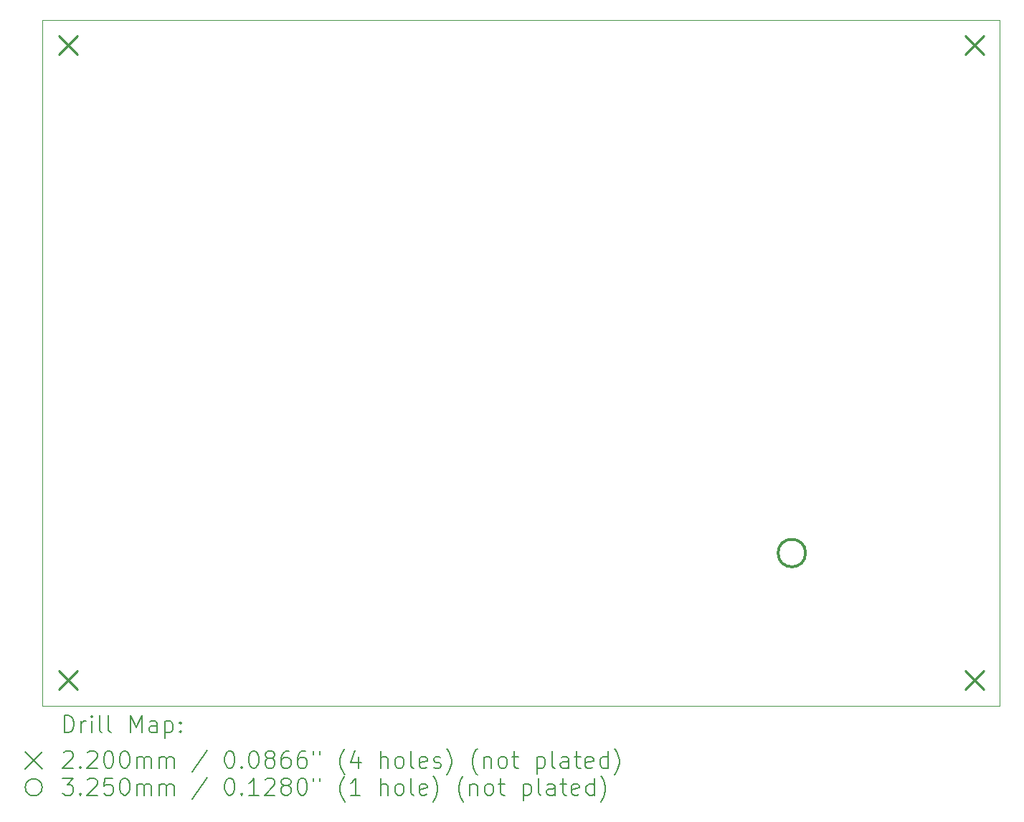
<source format=gbr>
%TF.GenerationSoftware,KiCad,Pcbnew,7.0.9*%
%TF.CreationDate,2024-01-13T15:58:18+01:00*%
%TF.ProjectId,daisy-drums,64616973-792d-4647-9275-6d732e6b6963,v02*%
%TF.SameCoordinates,Original*%
%TF.FileFunction,Drillmap*%
%TF.FilePolarity,Positive*%
%FSLAX45Y45*%
G04 Gerber Fmt 4.5, Leading zero omitted, Abs format (unit mm)*
G04 Created by KiCad (PCBNEW 7.0.9) date 2024-01-13 15:58:18*
%MOMM*%
%LPD*%
G01*
G04 APERTURE LIST*
%ADD10C,0.100000*%
%ADD11C,0.200000*%
%ADD12C,0.220000*%
%ADD13C,0.325000*%
G04 APERTURE END LIST*
D10*
X12500000Y-12700000D02*
X23800000Y-12700000D01*
X23800000Y-12700000D02*
X23800000Y-4600000D01*
X23800000Y-4600000D02*
X12500000Y-4600000D01*
X12500000Y-12700000D02*
X12500000Y-4600000D01*
D11*
D12*
X12690000Y-4790000D02*
X12910000Y-5010000D01*
X12910000Y-4790000D02*
X12690000Y-5010000D01*
X12690000Y-12290000D02*
X12910000Y-12510000D01*
X12910000Y-12290000D02*
X12690000Y-12510000D01*
X23390000Y-4790000D02*
X23610000Y-5010000D01*
X23610000Y-4790000D02*
X23390000Y-5010000D01*
X23390000Y-12290000D02*
X23610000Y-12510000D01*
X23610000Y-12290000D02*
X23390000Y-12510000D01*
D13*
X21508200Y-10896600D02*
G75*
G03*
X21508200Y-10896600I-162500J0D01*
G01*
D11*
X12755777Y-13016484D02*
X12755777Y-12816484D01*
X12755777Y-12816484D02*
X12803396Y-12816484D01*
X12803396Y-12816484D02*
X12831967Y-12826008D01*
X12831967Y-12826008D02*
X12851015Y-12845055D01*
X12851015Y-12845055D02*
X12860539Y-12864103D01*
X12860539Y-12864103D02*
X12870062Y-12902198D01*
X12870062Y-12902198D02*
X12870062Y-12930769D01*
X12870062Y-12930769D02*
X12860539Y-12968865D01*
X12860539Y-12968865D02*
X12851015Y-12987912D01*
X12851015Y-12987912D02*
X12831967Y-13006960D01*
X12831967Y-13006960D02*
X12803396Y-13016484D01*
X12803396Y-13016484D02*
X12755777Y-13016484D01*
X12955777Y-13016484D02*
X12955777Y-12883150D01*
X12955777Y-12921246D02*
X12965301Y-12902198D01*
X12965301Y-12902198D02*
X12974824Y-12892674D01*
X12974824Y-12892674D02*
X12993872Y-12883150D01*
X12993872Y-12883150D02*
X13012920Y-12883150D01*
X13079586Y-13016484D02*
X13079586Y-12883150D01*
X13079586Y-12816484D02*
X13070062Y-12826008D01*
X13070062Y-12826008D02*
X13079586Y-12835531D01*
X13079586Y-12835531D02*
X13089110Y-12826008D01*
X13089110Y-12826008D02*
X13079586Y-12816484D01*
X13079586Y-12816484D02*
X13079586Y-12835531D01*
X13203396Y-13016484D02*
X13184348Y-13006960D01*
X13184348Y-13006960D02*
X13174824Y-12987912D01*
X13174824Y-12987912D02*
X13174824Y-12816484D01*
X13308158Y-13016484D02*
X13289110Y-13006960D01*
X13289110Y-13006960D02*
X13279586Y-12987912D01*
X13279586Y-12987912D02*
X13279586Y-12816484D01*
X13536729Y-13016484D02*
X13536729Y-12816484D01*
X13536729Y-12816484D02*
X13603396Y-12959341D01*
X13603396Y-12959341D02*
X13670062Y-12816484D01*
X13670062Y-12816484D02*
X13670062Y-13016484D01*
X13851015Y-13016484D02*
X13851015Y-12911722D01*
X13851015Y-12911722D02*
X13841491Y-12892674D01*
X13841491Y-12892674D02*
X13822443Y-12883150D01*
X13822443Y-12883150D02*
X13784348Y-12883150D01*
X13784348Y-12883150D02*
X13765301Y-12892674D01*
X13851015Y-13006960D02*
X13831967Y-13016484D01*
X13831967Y-13016484D02*
X13784348Y-13016484D01*
X13784348Y-13016484D02*
X13765301Y-13006960D01*
X13765301Y-13006960D02*
X13755777Y-12987912D01*
X13755777Y-12987912D02*
X13755777Y-12968865D01*
X13755777Y-12968865D02*
X13765301Y-12949817D01*
X13765301Y-12949817D02*
X13784348Y-12940293D01*
X13784348Y-12940293D02*
X13831967Y-12940293D01*
X13831967Y-12940293D02*
X13851015Y-12930769D01*
X13946253Y-12883150D02*
X13946253Y-13083150D01*
X13946253Y-12892674D02*
X13965301Y-12883150D01*
X13965301Y-12883150D02*
X14003396Y-12883150D01*
X14003396Y-12883150D02*
X14022443Y-12892674D01*
X14022443Y-12892674D02*
X14031967Y-12902198D01*
X14031967Y-12902198D02*
X14041491Y-12921246D01*
X14041491Y-12921246D02*
X14041491Y-12978388D01*
X14041491Y-12978388D02*
X14031967Y-12997436D01*
X14031967Y-12997436D02*
X14022443Y-13006960D01*
X14022443Y-13006960D02*
X14003396Y-13016484D01*
X14003396Y-13016484D02*
X13965301Y-13016484D01*
X13965301Y-13016484D02*
X13946253Y-13006960D01*
X14127205Y-12997436D02*
X14136729Y-13006960D01*
X14136729Y-13006960D02*
X14127205Y-13016484D01*
X14127205Y-13016484D02*
X14117682Y-13006960D01*
X14117682Y-13006960D02*
X14127205Y-12997436D01*
X14127205Y-12997436D02*
X14127205Y-13016484D01*
X14127205Y-12892674D02*
X14136729Y-12902198D01*
X14136729Y-12902198D02*
X14127205Y-12911722D01*
X14127205Y-12911722D02*
X14117682Y-12902198D01*
X14117682Y-12902198D02*
X14127205Y-12892674D01*
X14127205Y-12892674D02*
X14127205Y-12911722D01*
X12295000Y-13245000D02*
X12495000Y-13445000D01*
X12495000Y-13245000D02*
X12295000Y-13445000D01*
X12746253Y-13255531D02*
X12755777Y-13246008D01*
X12755777Y-13246008D02*
X12774824Y-13236484D01*
X12774824Y-13236484D02*
X12822443Y-13236484D01*
X12822443Y-13236484D02*
X12841491Y-13246008D01*
X12841491Y-13246008D02*
X12851015Y-13255531D01*
X12851015Y-13255531D02*
X12860539Y-13274579D01*
X12860539Y-13274579D02*
X12860539Y-13293627D01*
X12860539Y-13293627D02*
X12851015Y-13322198D01*
X12851015Y-13322198D02*
X12736729Y-13436484D01*
X12736729Y-13436484D02*
X12860539Y-13436484D01*
X12946253Y-13417436D02*
X12955777Y-13426960D01*
X12955777Y-13426960D02*
X12946253Y-13436484D01*
X12946253Y-13436484D02*
X12936729Y-13426960D01*
X12936729Y-13426960D02*
X12946253Y-13417436D01*
X12946253Y-13417436D02*
X12946253Y-13436484D01*
X13031967Y-13255531D02*
X13041491Y-13246008D01*
X13041491Y-13246008D02*
X13060539Y-13236484D01*
X13060539Y-13236484D02*
X13108158Y-13236484D01*
X13108158Y-13236484D02*
X13127205Y-13246008D01*
X13127205Y-13246008D02*
X13136729Y-13255531D01*
X13136729Y-13255531D02*
X13146253Y-13274579D01*
X13146253Y-13274579D02*
X13146253Y-13293627D01*
X13146253Y-13293627D02*
X13136729Y-13322198D01*
X13136729Y-13322198D02*
X13022443Y-13436484D01*
X13022443Y-13436484D02*
X13146253Y-13436484D01*
X13270062Y-13236484D02*
X13289110Y-13236484D01*
X13289110Y-13236484D02*
X13308158Y-13246008D01*
X13308158Y-13246008D02*
X13317682Y-13255531D01*
X13317682Y-13255531D02*
X13327205Y-13274579D01*
X13327205Y-13274579D02*
X13336729Y-13312674D01*
X13336729Y-13312674D02*
X13336729Y-13360293D01*
X13336729Y-13360293D02*
X13327205Y-13398388D01*
X13327205Y-13398388D02*
X13317682Y-13417436D01*
X13317682Y-13417436D02*
X13308158Y-13426960D01*
X13308158Y-13426960D02*
X13289110Y-13436484D01*
X13289110Y-13436484D02*
X13270062Y-13436484D01*
X13270062Y-13436484D02*
X13251015Y-13426960D01*
X13251015Y-13426960D02*
X13241491Y-13417436D01*
X13241491Y-13417436D02*
X13231967Y-13398388D01*
X13231967Y-13398388D02*
X13222443Y-13360293D01*
X13222443Y-13360293D02*
X13222443Y-13312674D01*
X13222443Y-13312674D02*
X13231967Y-13274579D01*
X13231967Y-13274579D02*
X13241491Y-13255531D01*
X13241491Y-13255531D02*
X13251015Y-13246008D01*
X13251015Y-13246008D02*
X13270062Y-13236484D01*
X13460539Y-13236484D02*
X13479586Y-13236484D01*
X13479586Y-13236484D02*
X13498634Y-13246008D01*
X13498634Y-13246008D02*
X13508158Y-13255531D01*
X13508158Y-13255531D02*
X13517682Y-13274579D01*
X13517682Y-13274579D02*
X13527205Y-13312674D01*
X13527205Y-13312674D02*
X13527205Y-13360293D01*
X13527205Y-13360293D02*
X13517682Y-13398388D01*
X13517682Y-13398388D02*
X13508158Y-13417436D01*
X13508158Y-13417436D02*
X13498634Y-13426960D01*
X13498634Y-13426960D02*
X13479586Y-13436484D01*
X13479586Y-13436484D02*
X13460539Y-13436484D01*
X13460539Y-13436484D02*
X13441491Y-13426960D01*
X13441491Y-13426960D02*
X13431967Y-13417436D01*
X13431967Y-13417436D02*
X13422443Y-13398388D01*
X13422443Y-13398388D02*
X13412920Y-13360293D01*
X13412920Y-13360293D02*
X13412920Y-13312674D01*
X13412920Y-13312674D02*
X13422443Y-13274579D01*
X13422443Y-13274579D02*
X13431967Y-13255531D01*
X13431967Y-13255531D02*
X13441491Y-13246008D01*
X13441491Y-13246008D02*
X13460539Y-13236484D01*
X13612920Y-13436484D02*
X13612920Y-13303150D01*
X13612920Y-13322198D02*
X13622443Y-13312674D01*
X13622443Y-13312674D02*
X13641491Y-13303150D01*
X13641491Y-13303150D02*
X13670063Y-13303150D01*
X13670063Y-13303150D02*
X13689110Y-13312674D01*
X13689110Y-13312674D02*
X13698634Y-13331722D01*
X13698634Y-13331722D02*
X13698634Y-13436484D01*
X13698634Y-13331722D02*
X13708158Y-13312674D01*
X13708158Y-13312674D02*
X13727205Y-13303150D01*
X13727205Y-13303150D02*
X13755777Y-13303150D01*
X13755777Y-13303150D02*
X13774824Y-13312674D01*
X13774824Y-13312674D02*
X13784348Y-13331722D01*
X13784348Y-13331722D02*
X13784348Y-13436484D01*
X13879586Y-13436484D02*
X13879586Y-13303150D01*
X13879586Y-13322198D02*
X13889110Y-13312674D01*
X13889110Y-13312674D02*
X13908158Y-13303150D01*
X13908158Y-13303150D02*
X13936729Y-13303150D01*
X13936729Y-13303150D02*
X13955777Y-13312674D01*
X13955777Y-13312674D02*
X13965301Y-13331722D01*
X13965301Y-13331722D02*
X13965301Y-13436484D01*
X13965301Y-13331722D02*
X13974824Y-13312674D01*
X13974824Y-13312674D02*
X13993872Y-13303150D01*
X13993872Y-13303150D02*
X14022443Y-13303150D01*
X14022443Y-13303150D02*
X14041491Y-13312674D01*
X14041491Y-13312674D02*
X14051015Y-13331722D01*
X14051015Y-13331722D02*
X14051015Y-13436484D01*
X14441491Y-13226960D02*
X14270063Y-13484103D01*
X14698634Y-13236484D02*
X14717682Y-13236484D01*
X14717682Y-13236484D02*
X14736729Y-13246008D01*
X14736729Y-13246008D02*
X14746253Y-13255531D01*
X14746253Y-13255531D02*
X14755777Y-13274579D01*
X14755777Y-13274579D02*
X14765301Y-13312674D01*
X14765301Y-13312674D02*
X14765301Y-13360293D01*
X14765301Y-13360293D02*
X14755777Y-13398388D01*
X14755777Y-13398388D02*
X14746253Y-13417436D01*
X14746253Y-13417436D02*
X14736729Y-13426960D01*
X14736729Y-13426960D02*
X14717682Y-13436484D01*
X14717682Y-13436484D02*
X14698634Y-13436484D01*
X14698634Y-13436484D02*
X14679586Y-13426960D01*
X14679586Y-13426960D02*
X14670063Y-13417436D01*
X14670063Y-13417436D02*
X14660539Y-13398388D01*
X14660539Y-13398388D02*
X14651015Y-13360293D01*
X14651015Y-13360293D02*
X14651015Y-13312674D01*
X14651015Y-13312674D02*
X14660539Y-13274579D01*
X14660539Y-13274579D02*
X14670063Y-13255531D01*
X14670063Y-13255531D02*
X14679586Y-13246008D01*
X14679586Y-13246008D02*
X14698634Y-13236484D01*
X14851015Y-13417436D02*
X14860539Y-13426960D01*
X14860539Y-13426960D02*
X14851015Y-13436484D01*
X14851015Y-13436484D02*
X14841491Y-13426960D01*
X14841491Y-13426960D02*
X14851015Y-13417436D01*
X14851015Y-13417436D02*
X14851015Y-13436484D01*
X14984348Y-13236484D02*
X15003396Y-13236484D01*
X15003396Y-13236484D02*
X15022444Y-13246008D01*
X15022444Y-13246008D02*
X15031967Y-13255531D01*
X15031967Y-13255531D02*
X15041491Y-13274579D01*
X15041491Y-13274579D02*
X15051015Y-13312674D01*
X15051015Y-13312674D02*
X15051015Y-13360293D01*
X15051015Y-13360293D02*
X15041491Y-13398388D01*
X15041491Y-13398388D02*
X15031967Y-13417436D01*
X15031967Y-13417436D02*
X15022444Y-13426960D01*
X15022444Y-13426960D02*
X15003396Y-13436484D01*
X15003396Y-13436484D02*
X14984348Y-13436484D01*
X14984348Y-13436484D02*
X14965301Y-13426960D01*
X14965301Y-13426960D02*
X14955777Y-13417436D01*
X14955777Y-13417436D02*
X14946253Y-13398388D01*
X14946253Y-13398388D02*
X14936729Y-13360293D01*
X14936729Y-13360293D02*
X14936729Y-13312674D01*
X14936729Y-13312674D02*
X14946253Y-13274579D01*
X14946253Y-13274579D02*
X14955777Y-13255531D01*
X14955777Y-13255531D02*
X14965301Y-13246008D01*
X14965301Y-13246008D02*
X14984348Y-13236484D01*
X15165301Y-13322198D02*
X15146253Y-13312674D01*
X15146253Y-13312674D02*
X15136729Y-13303150D01*
X15136729Y-13303150D02*
X15127206Y-13284103D01*
X15127206Y-13284103D02*
X15127206Y-13274579D01*
X15127206Y-13274579D02*
X15136729Y-13255531D01*
X15136729Y-13255531D02*
X15146253Y-13246008D01*
X15146253Y-13246008D02*
X15165301Y-13236484D01*
X15165301Y-13236484D02*
X15203396Y-13236484D01*
X15203396Y-13236484D02*
X15222444Y-13246008D01*
X15222444Y-13246008D02*
X15231967Y-13255531D01*
X15231967Y-13255531D02*
X15241491Y-13274579D01*
X15241491Y-13274579D02*
X15241491Y-13284103D01*
X15241491Y-13284103D02*
X15231967Y-13303150D01*
X15231967Y-13303150D02*
X15222444Y-13312674D01*
X15222444Y-13312674D02*
X15203396Y-13322198D01*
X15203396Y-13322198D02*
X15165301Y-13322198D01*
X15165301Y-13322198D02*
X15146253Y-13331722D01*
X15146253Y-13331722D02*
X15136729Y-13341246D01*
X15136729Y-13341246D02*
X15127206Y-13360293D01*
X15127206Y-13360293D02*
X15127206Y-13398388D01*
X15127206Y-13398388D02*
X15136729Y-13417436D01*
X15136729Y-13417436D02*
X15146253Y-13426960D01*
X15146253Y-13426960D02*
X15165301Y-13436484D01*
X15165301Y-13436484D02*
X15203396Y-13436484D01*
X15203396Y-13436484D02*
X15222444Y-13426960D01*
X15222444Y-13426960D02*
X15231967Y-13417436D01*
X15231967Y-13417436D02*
X15241491Y-13398388D01*
X15241491Y-13398388D02*
X15241491Y-13360293D01*
X15241491Y-13360293D02*
X15231967Y-13341246D01*
X15231967Y-13341246D02*
X15222444Y-13331722D01*
X15222444Y-13331722D02*
X15203396Y-13322198D01*
X15412920Y-13236484D02*
X15374825Y-13236484D01*
X15374825Y-13236484D02*
X15355777Y-13246008D01*
X15355777Y-13246008D02*
X15346253Y-13255531D01*
X15346253Y-13255531D02*
X15327206Y-13284103D01*
X15327206Y-13284103D02*
X15317682Y-13322198D01*
X15317682Y-13322198D02*
X15317682Y-13398388D01*
X15317682Y-13398388D02*
X15327206Y-13417436D01*
X15327206Y-13417436D02*
X15336729Y-13426960D01*
X15336729Y-13426960D02*
X15355777Y-13436484D01*
X15355777Y-13436484D02*
X15393872Y-13436484D01*
X15393872Y-13436484D02*
X15412920Y-13426960D01*
X15412920Y-13426960D02*
X15422444Y-13417436D01*
X15422444Y-13417436D02*
X15431967Y-13398388D01*
X15431967Y-13398388D02*
X15431967Y-13350769D01*
X15431967Y-13350769D02*
X15422444Y-13331722D01*
X15422444Y-13331722D02*
X15412920Y-13322198D01*
X15412920Y-13322198D02*
X15393872Y-13312674D01*
X15393872Y-13312674D02*
X15355777Y-13312674D01*
X15355777Y-13312674D02*
X15336729Y-13322198D01*
X15336729Y-13322198D02*
X15327206Y-13331722D01*
X15327206Y-13331722D02*
X15317682Y-13350769D01*
X15603396Y-13236484D02*
X15565301Y-13236484D01*
X15565301Y-13236484D02*
X15546253Y-13246008D01*
X15546253Y-13246008D02*
X15536729Y-13255531D01*
X15536729Y-13255531D02*
X15517682Y-13284103D01*
X15517682Y-13284103D02*
X15508158Y-13322198D01*
X15508158Y-13322198D02*
X15508158Y-13398388D01*
X15508158Y-13398388D02*
X15517682Y-13417436D01*
X15517682Y-13417436D02*
X15527206Y-13426960D01*
X15527206Y-13426960D02*
X15546253Y-13436484D01*
X15546253Y-13436484D02*
X15584348Y-13436484D01*
X15584348Y-13436484D02*
X15603396Y-13426960D01*
X15603396Y-13426960D02*
X15612920Y-13417436D01*
X15612920Y-13417436D02*
X15622444Y-13398388D01*
X15622444Y-13398388D02*
X15622444Y-13350769D01*
X15622444Y-13350769D02*
X15612920Y-13331722D01*
X15612920Y-13331722D02*
X15603396Y-13322198D01*
X15603396Y-13322198D02*
X15584348Y-13312674D01*
X15584348Y-13312674D02*
X15546253Y-13312674D01*
X15546253Y-13312674D02*
X15527206Y-13322198D01*
X15527206Y-13322198D02*
X15517682Y-13331722D01*
X15517682Y-13331722D02*
X15508158Y-13350769D01*
X15698634Y-13236484D02*
X15698634Y-13274579D01*
X15774825Y-13236484D02*
X15774825Y-13274579D01*
X16070063Y-13512674D02*
X16060539Y-13503150D01*
X16060539Y-13503150D02*
X16041491Y-13474579D01*
X16041491Y-13474579D02*
X16031968Y-13455531D01*
X16031968Y-13455531D02*
X16022444Y-13426960D01*
X16022444Y-13426960D02*
X16012920Y-13379341D01*
X16012920Y-13379341D02*
X16012920Y-13341246D01*
X16012920Y-13341246D02*
X16022444Y-13293627D01*
X16022444Y-13293627D02*
X16031968Y-13265055D01*
X16031968Y-13265055D02*
X16041491Y-13246008D01*
X16041491Y-13246008D02*
X16060539Y-13217436D01*
X16060539Y-13217436D02*
X16070063Y-13207912D01*
X16231968Y-13303150D02*
X16231968Y-13436484D01*
X16184348Y-13226960D02*
X16136729Y-13369817D01*
X16136729Y-13369817D02*
X16260539Y-13369817D01*
X16489110Y-13436484D02*
X16489110Y-13236484D01*
X16574825Y-13436484D02*
X16574825Y-13331722D01*
X16574825Y-13331722D02*
X16565301Y-13312674D01*
X16565301Y-13312674D02*
X16546253Y-13303150D01*
X16546253Y-13303150D02*
X16517682Y-13303150D01*
X16517682Y-13303150D02*
X16498634Y-13312674D01*
X16498634Y-13312674D02*
X16489110Y-13322198D01*
X16698634Y-13436484D02*
X16679587Y-13426960D01*
X16679587Y-13426960D02*
X16670063Y-13417436D01*
X16670063Y-13417436D02*
X16660539Y-13398388D01*
X16660539Y-13398388D02*
X16660539Y-13341246D01*
X16660539Y-13341246D02*
X16670063Y-13322198D01*
X16670063Y-13322198D02*
X16679587Y-13312674D01*
X16679587Y-13312674D02*
X16698634Y-13303150D01*
X16698634Y-13303150D02*
X16727206Y-13303150D01*
X16727206Y-13303150D02*
X16746253Y-13312674D01*
X16746253Y-13312674D02*
X16755777Y-13322198D01*
X16755777Y-13322198D02*
X16765301Y-13341246D01*
X16765301Y-13341246D02*
X16765301Y-13398388D01*
X16765301Y-13398388D02*
X16755777Y-13417436D01*
X16755777Y-13417436D02*
X16746253Y-13426960D01*
X16746253Y-13426960D02*
X16727206Y-13436484D01*
X16727206Y-13436484D02*
X16698634Y-13436484D01*
X16879587Y-13436484D02*
X16860539Y-13426960D01*
X16860539Y-13426960D02*
X16851015Y-13407912D01*
X16851015Y-13407912D02*
X16851015Y-13236484D01*
X17031968Y-13426960D02*
X17012920Y-13436484D01*
X17012920Y-13436484D02*
X16974825Y-13436484D01*
X16974825Y-13436484D02*
X16955777Y-13426960D01*
X16955777Y-13426960D02*
X16946253Y-13407912D01*
X16946253Y-13407912D02*
X16946253Y-13331722D01*
X16946253Y-13331722D02*
X16955777Y-13312674D01*
X16955777Y-13312674D02*
X16974825Y-13303150D01*
X16974825Y-13303150D02*
X17012920Y-13303150D01*
X17012920Y-13303150D02*
X17031968Y-13312674D01*
X17031968Y-13312674D02*
X17041492Y-13331722D01*
X17041492Y-13331722D02*
X17041492Y-13350769D01*
X17041492Y-13350769D02*
X16946253Y-13369817D01*
X17117682Y-13426960D02*
X17136730Y-13436484D01*
X17136730Y-13436484D02*
X17174825Y-13436484D01*
X17174825Y-13436484D02*
X17193873Y-13426960D01*
X17193873Y-13426960D02*
X17203396Y-13407912D01*
X17203396Y-13407912D02*
X17203396Y-13398388D01*
X17203396Y-13398388D02*
X17193873Y-13379341D01*
X17193873Y-13379341D02*
X17174825Y-13369817D01*
X17174825Y-13369817D02*
X17146253Y-13369817D01*
X17146253Y-13369817D02*
X17127206Y-13360293D01*
X17127206Y-13360293D02*
X17117682Y-13341246D01*
X17117682Y-13341246D02*
X17117682Y-13331722D01*
X17117682Y-13331722D02*
X17127206Y-13312674D01*
X17127206Y-13312674D02*
X17146253Y-13303150D01*
X17146253Y-13303150D02*
X17174825Y-13303150D01*
X17174825Y-13303150D02*
X17193873Y-13312674D01*
X17270063Y-13512674D02*
X17279587Y-13503150D01*
X17279587Y-13503150D02*
X17298634Y-13474579D01*
X17298634Y-13474579D02*
X17308158Y-13455531D01*
X17308158Y-13455531D02*
X17317682Y-13426960D01*
X17317682Y-13426960D02*
X17327206Y-13379341D01*
X17327206Y-13379341D02*
X17327206Y-13341246D01*
X17327206Y-13341246D02*
X17317682Y-13293627D01*
X17317682Y-13293627D02*
X17308158Y-13265055D01*
X17308158Y-13265055D02*
X17298634Y-13246008D01*
X17298634Y-13246008D02*
X17279587Y-13217436D01*
X17279587Y-13217436D02*
X17270063Y-13207912D01*
X17631968Y-13512674D02*
X17622444Y-13503150D01*
X17622444Y-13503150D02*
X17603396Y-13474579D01*
X17603396Y-13474579D02*
X17593873Y-13455531D01*
X17593873Y-13455531D02*
X17584349Y-13426960D01*
X17584349Y-13426960D02*
X17574825Y-13379341D01*
X17574825Y-13379341D02*
X17574825Y-13341246D01*
X17574825Y-13341246D02*
X17584349Y-13293627D01*
X17584349Y-13293627D02*
X17593873Y-13265055D01*
X17593873Y-13265055D02*
X17603396Y-13246008D01*
X17603396Y-13246008D02*
X17622444Y-13217436D01*
X17622444Y-13217436D02*
X17631968Y-13207912D01*
X17708158Y-13303150D02*
X17708158Y-13436484D01*
X17708158Y-13322198D02*
X17717682Y-13312674D01*
X17717682Y-13312674D02*
X17736730Y-13303150D01*
X17736730Y-13303150D02*
X17765301Y-13303150D01*
X17765301Y-13303150D02*
X17784349Y-13312674D01*
X17784349Y-13312674D02*
X17793873Y-13331722D01*
X17793873Y-13331722D02*
X17793873Y-13436484D01*
X17917682Y-13436484D02*
X17898634Y-13426960D01*
X17898634Y-13426960D02*
X17889111Y-13417436D01*
X17889111Y-13417436D02*
X17879587Y-13398388D01*
X17879587Y-13398388D02*
X17879587Y-13341246D01*
X17879587Y-13341246D02*
X17889111Y-13322198D01*
X17889111Y-13322198D02*
X17898634Y-13312674D01*
X17898634Y-13312674D02*
X17917682Y-13303150D01*
X17917682Y-13303150D02*
X17946254Y-13303150D01*
X17946254Y-13303150D02*
X17965301Y-13312674D01*
X17965301Y-13312674D02*
X17974825Y-13322198D01*
X17974825Y-13322198D02*
X17984349Y-13341246D01*
X17984349Y-13341246D02*
X17984349Y-13398388D01*
X17984349Y-13398388D02*
X17974825Y-13417436D01*
X17974825Y-13417436D02*
X17965301Y-13426960D01*
X17965301Y-13426960D02*
X17946254Y-13436484D01*
X17946254Y-13436484D02*
X17917682Y-13436484D01*
X18041492Y-13303150D02*
X18117682Y-13303150D01*
X18070063Y-13236484D02*
X18070063Y-13407912D01*
X18070063Y-13407912D02*
X18079587Y-13426960D01*
X18079587Y-13426960D02*
X18098634Y-13436484D01*
X18098634Y-13436484D02*
X18117682Y-13436484D01*
X18336730Y-13303150D02*
X18336730Y-13503150D01*
X18336730Y-13312674D02*
X18355777Y-13303150D01*
X18355777Y-13303150D02*
X18393873Y-13303150D01*
X18393873Y-13303150D02*
X18412920Y-13312674D01*
X18412920Y-13312674D02*
X18422444Y-13322198D01*
X18422444Y-13322198D02*
X18431968Y-13341246D01*
X18431968Y-13341246D02*
X18431968Y-13398388D01*
X18431968Y-13398388D02*
X18422444Y-13417436D01*
X18422444Y-13417436D02*
X18412920Y-13426960D01*
X18412920Y-13426960D02*
X18393873Y-13436484D01*
X18393873Y-13436484D02*
X18355777Y-13436484D01*
X18355777Y-13436484D02*
X18336730Y-13426960D01*
X18546254Y-13436484D02*
X18527206Y-13426960D01*
X18527206Y-13426960D02*
X18517682Y-13407912D01*
X18517682Y-13407912D02*
X18517682Y-13236484D01*
X18708158Y-13436484D02*
X18708158Y-13331722D01*
X18708158Y-13331722D02*
X18698635Y-13312674D01*
X18698635Y-13312674D02*
X18679587Y-13303150D01*
X18679587Y-13303150D02*
X18641492Y-13303150D01*
X18641492Y-13303150D02*
X18622444Y-13312674D01*
X18708158Y-13426960D02*
X18689111Y-13436484D01*
X18689111Y-13436484D02*
X18641492Y-13436484D01*
X18641492Y-13436484D02*
X18622444Y-13426960D01*
X18622444Y-13426960D02*
X18612920Y-13407912D01*
X18612920Y-13407912D02*
X18612920Y-13388865D01*
X18612920Y-13388865D02*
X18622444Y-13369817D01*
X18622444Y-13369817D02*
X18641492Y-13360293D01*
X18641492Y-13360293D02*
X18689111Y-13360293D01*
X18689111Y-13360293D02*
X18708158Y-13350769D01*
X18774825Y-13303150D02*
X18851015Y-13303150D01*
X18803396Y-13236484D02*
X18803396Y-13407912D01*
X18803396Y-13407912D02*
X18812920Y-13426960D01*
X18812920Y-13426960D02*
X18831968Y-13436484D01*
X18831968Y-13436484D02*
X18851015Y-13436484D01*
X18993873Y-13426960D02*
X18974825Y-13436484D01*
X18974825Y-13436484D02*
X18936730Y-13436484D01*
X18936730Y-13436484D02*
X18917682Y-13426960D01*
X18917682Y-13426960D02*
X18908158Y-13407912D01*
X18908158Y-13407912D02*
X18908158Y-13331722D01*
X18908158Y-13331722D02*
X18917682Y-13312674D01*
X18917682Y-13312674D02*
X18936730Y-13303150D01*
X18936730Y-13303150D02*
X18974825Y-13303150D01*
X18974825Y-13303150D02*
X18993873Y-13312674D01*
X18993873Y-13312674D02*
X19003396Y-13331722D01*
X19003396Y-13331722D02*
X19003396Y-13350769D01*
X19003396Y-13350769D02*
X18908158Y-13369817D01*
X19174825Y-13436484D02*
X19174825Y-13236484D01*
X19174825Y-13426960D02*
X19155777Y-13436484D01*
X19155777Y-13436484D02*
X19117682Y-13436484D01*
X19117682Y-13436484D02*
X19098635Y-13426960D01*
X19098635Y-13426960D02*
X19089111Y-13417436D01*
X19089111Y-13417436D02*
X19079587Y-13398388D01*
X19079587Y-13398388D02*
X19079587Y-13341246D01*
X19079587Y-13341246D02*
X19089111Y-13322198D01*
X19089111Y-13322198D02*
X19098635Y-13312674D01*
X19098635Y-13312674D02*
X19117682Y-13303150D01*
X19117682Y-13303150D02*
X19155777Y-13303150D01*
X19155777Y-13303150D02*
X19174825Y-13312674D01*
X19251016Y-13512674D02*
X19260539Y-13503150D01*
X19260539Y-13503150D02*
X19279587Y-13474579D01*
X19279587Y-13474579D02*
X19289111Y-13455531D01*
X19289111Y-13455531D02*
X19298635Y-13426960D01*
X19298635Y-13426960D02*
X19308158Y-13379341D01*
X19308158Y-13379341D02*
X19308158Y-13341246D01*
X19308158Y-13341246D02*
X19298635Y-13293627D01*
X19298635Y-13293627D02*
X19289111Y-13265055D01*
X19289111Y-13265055D02*
X19279587Y-13246008D01*
X19279587Y-13246008D02*
X19260539Y-13217436D01*
X19260539Y-13217436D02*
X19251016Y-13207912D01*
X12495000Y-13665000D02*
G75*
G03*
X12495000Y-13665000I-100000J0D01*
G01*
X12736729Y-13556484D02*
X12860539Y-13556484D01*
X12860539Y-13556484D02*
X12793872Y-13632674D01*
X12793872Y-13632674D02*
X12822443Y-13632674D01*
X12822443Y-13632674D02*
X12841491Y-13642198D01*
X12841491Y-13642198D02*
X12851015Y-13651722D01*
X12851015Y-13651722D02*
X12860539Y-13670769D01*
X12860539Y-13670769D02*
X12860539Y-13718388D01*
X12860539Y-13718388D02*
X12851015Y-13737436D01*
X12851015Y-13737436D02*
X12841491Y-13746960D01*
X12841491Y-13746960D02*
X12822443Y-13756484D01*
X12822443Y-13756484D02*
X12765301Y-13756484D01*
X12765301Y-13756484D02*
X12746253Y-13746960D01*
X12746253Y-13746960D02*
X12736729Y-13737436D01*
X12946253Y-13737436D02*
X12955777Y-13746960D01*
X12955777Y-13746960D02*
X12946253Y-13756484D01*
X12946253Y-13756484D02*
X12936729Y-13746960D01*
X12936729Y-13746960D02*
X12946253Y-13737436D01*
X12946253Y-13737436D02*
X12946253Y-13756484D01*
X13031967Y-13575531D02*
X13041491Y-13566008D01*
X13041491Y-13566008D02*
X13060539Y-13556484D01*
X13060539Y-13556484D02*
X13108158Y-13556484D01*
X13108158Y-13556484D02*
X13127205Y-13566008D01*
X13127205Y-13566008D02*
X13136729Y-13575531D01*
X13136729Y-13575531D02*
X13146253Y-13594579D01*
X13146253Y-13594579D02*
X13146253Y-13613627D01*
X13146253Y-13613627D02*
X13136729Y-13642198D01*
X13136729Y-13642198D02*
X13022443Y-13756484D01*
X13022443Y-13756484D02*
X13146253Y-13756484D01*
X13327205Y-13556484D02*
X13231967Y-13556484D01*
X13231967Y-13556484D02*
X13222443Y-13651722D01*
X13222443Y-13651722D02*
X13231967Y-13642198D01*
X13231967Y-13642198D02*
X13251015Y-13632674D01*
X13251015Y-13632674D02*
X13298634Y-13632674D01*
X13298634Y-13632674D02*
X13317682Y-13642198D01*
X13317682Y-13642198D02*
X13327205Y-13651722D01*
X13327205Y-13651722D02*
X13336729Y-13670769D01*
X13336729Y-13670769D02*
X13336729Y-13718388D01*
X13336729Y-13718388D02*
X13327205Y-13737436D01*
X13327205Y-13737436D02*
X13317682Y-13746960D01*
X13317682Y-13746960D02*
X13298634Y-13756484D01*
X13298634Y-13756484D02*
X13251015Y-13756484D01*
X13251015Y-13756484D02*
X13231967Y-13746960D01*
X13231967Y-13746960D02*
X13222443Y-13737436D01*
X13460539Y-13556484D02*
X13479586Y-13556484D01*
X13479586Y-13556484D02*
X13498634Y-13566008D01*
X13498634Y-13566008D02*
X13508158Y-13575531D01*
X13508158Y-13575531D02*
X13517682Y-13594579D01*
X13517682Y-13594579D02*
X13527205Y-13632674D01*
X13527205Y-13632674D02*
X13527205Y-13680293D01*
X13527205Y-13680293D02*
X13517682Y-13718388D01*
X13517682Y-13718388D02*
X13508158Y-13737436D01*
X13508158Y-13737436D02*
X13498634Y-13746960D01*
X13498634Y-13746960D02*
X13479586Y-13756484D01*
X13479586Y-13756484D02*
X13460539Y-13756484D01*
X13460539Y-13756484D02*
X13441491Y-13746960D01*
X13441491Y-13746960D02*
X13431967Y-13737436D01*
X13431967Y-13737436D02*
X13422443Y-13718388D01*
X13422443Y-13718388D02*
X13412920Y-13680293D01*
X13412920Y-13680293D02*
X13412920Y-13632674D01*
X13412920Y-13632674D02*
X13422443Y-13594579D01*
X13422443Y-13594579D02*
X13431967Y-13575531D01*
X13431967Y-13575531D02*
X13441491Y-13566008D01*
X13441491Y-13566008D02*
X13460539Y-13556484D01*
X13612920Y-13756484D02*
X13612920Y-13623150D01*
X13612920Y-13642198D02*
X13622443Y-13632674D01*
X13622443Y-13632674D02*
X13641491Y-13623150D01*
X13641491Y-13623150D02*
X13670063Y-13623150D01*
X13670063Y-13623150D02*
X13689110Y-13632674D01*
X13689110Y-13632674D02*
X13698634Y-13651722D01*
X13698634Y-13651722D02*
X13698634Y-13756484D01*
X13698634Y-13651722D02*
X13708158Y-13632674D01*
X13708158Y-13632674D02*
X13727205Y-13623150D01*
X13727205Y-13623150D02*
X13755777Y-13623150D01*
X13755777Y-13623150D02*
X13774824Y-13632674D01*
X13774824Y-13632674D02*
X13784348Y-13651722D01*
X13784348Y-13651722D02*
X13784348Y-13756484D01*
X13879586Y-13756484D02*
X13879586Y-13623150D01*
X13879586Y-13642198D02*
X13889110Y-13632674D01*
X13889110Y-13632674D02*
X13908158Y-13623150D01*
X13908158Y-13623150D02*
X13936729Y-13623150D01*
X13936729Y-13623150D02*
X13955777Y-13632674D01*
X13955777Y-13632674D02*
X13965301Y-13651722D01*
X13965301Y-13651722D02*
X13965301Y-13756484D01*
X13965301Y-13651722D02*
X13974824Y-13632674D01*
X13974824Y-13632674D02*
X13993872Y-13623150D01*
X13993872Y-13623150D02*
X14022443Y-13623150D01*
X14022443Y-13623150D02*
X14041491Y-13632674D01*
X14041491Y-13632674D02*
X14051015Y-13651722D01*
X14051015Y-13651722D02*
X14051015Y-13756484D01*
X14441491Y-13546960D02*
X14270063Y-13804103D01*
X14698634Y-13556484D02*
X14717682Y-13556484D01*
X14717682Y-13556484D02*
X14736729Y-13566008D01*
X14736729Y-13566008D02*
X14746253Y-13575531D01*
X14746253Y-13575531D02*
X14755777Y-13594579D01*
X14755777Y-13594579D02*
X14765301Y-13632674D01*
X14765301Y-13632674D02*
X14765301Y-13680293D01*
X14765301Y-13680293D02*
X14755777Y-13718388D01*
X14755777Y-13718388D02*
X14746253Y-13737436D01*
X14746253Y-13737436D02*
X14736729Y-13746960D01*
X14736729Y-13746960D02*
X14717682Y-13756484D01*
X14717682Y-13756484D02*
X14698634Y-13756484D01*
X14698634Y-13756484D02*
X14679586Y-13746960D01*
X14679586Y-13746960D02*
X14670063Y-13737436D01*
X14670063Y-13737436D02*
X14660539Y-13718388D01*
X14660539Y-13718388D02*
X14651015Y-13680293D01*
X14651015Y-13680293D02*
X14651015Y-13632674D01*
X14651015Y-13632674D02*
X14660539Y-13594579D01*
X14660539Y-13594579D02*
X14670063Y-13575531D01*
X14670063Y-13575531D02*
X14679586Y-13566008D01*
X14679586Y-13566008D02*
X14698634Y-13556484D01*
X14851015Y-13737436D02*
X14860539Y-13746960D01*
X14860539Y-13746960D02*
X14851015Y-13756484D01*
X14851015Y-13756484D02*
X14841491Y-13746960D01*
X14841491Y-13746960D02*
X14851015Y-13737436D01*
X14851015Y-13737436D02*
X14851015Y-13756484D01*
X15051015Y-13756484D02*
X14936729Y-13756484D01*
X14993872Y-13756484D02*
X14993872Y-13556484D01*
X14993872Y-13556484D02*
X14974825Y-13585055D01*
X14974825Y-13585055D02*
X14955777Y-13604103D01*
X14955777Y-13604103D02*
X14936729Y-13613627D01*
X15127206Y-13575531D02*
X15136729Y-13566008D01*
X15136729Y-13566008D02*
X15155777Y-13556484D01*
X15155777Y-13556484D02*
X15203396Y-13556484D01*
X15203396Y-13556484D02*
X15222444Y-13566008D01*
X15222444Y-13566008D02*
X15231967Y-13575531D01*
X15231967Y-13575531D02*
X15241491Y-13594579D01*
X15241491Y-13594579D02*
X15241491Y-13613627D01*
X15241491Y-13613627D02*
X15231967Y-13642198D01*
X15231967Y-13642198D02*
X15117682Y-13756484D01*
X15117682Y-13756484D02*
X15241491Y-13756484D01*
X15355777Y-13642198D02*
X15336729Y-13632674D01*
X15336729Y-13632674D02*
X15327206Y-13623150D01*
X15327206Y-13623150D02*
X15317682Y-13604103D01*
X15317682Y-13604103D02*
X15317682Y-13594579D01*
X15317682Y-13594579D02*
X15327206Y-13575531D01*
X15327206Y-13575531D02*
X15336729Y-13566008D01*
X15336729Y-13566008D02*
X15355777Y-13556484D01*
X15355777Y-13556484D02*
X15393872Y-13556484D01*
X15393872Y-13556484D02*
X15412920Y-13566008D01*
X15412920Y-13566008D02*
X15422444Y-13575531D01*
X15422444Y-13575531D02*
X15431967Y-13594579D01*
X15431967Y-13594579D02*
X15431967Y-13604103D01*
X15431967Y-13604103D02*
X15422444Y-13623150D01*
X15422444Y-13623150D02*
X15412920Y-13632674D01*
X15412920Y-13632674D02*
X15393872Y-13642198D01*
X15393872Y-13642198D02*
X15355777Y-13642198D01*
X15355777Y-13642198D02*
X15336729Y-13651722D01*
X15336729Y-13651722D02*
X15327206Y-13661246D01*
X15327206Y-13661246D02*
X15317682Y-13680293D01*
X15317682Y-13680293D02*
X15317682Y-13718388D01*
X15317682Y-13718388D02*
X15327206Y-13737436D01*
X15327206Y-13737436D02*
X15336729Y-13746960D01*
X15336729Y-13746960D02*
X15355777Y-13756484D01*
X15355777Y-13756484D02*
X15393872Y-13756484D01*
X15393872Y-13756484D02*
X15412920Y-13746960D01*
X15412920Y-13746960D02*
X15422444Y-13737436D01*
X15422444Y-13737436D02*
X15431967Y-13718388D01*
X15431967Y-13718388D02*
X15431967Y-13680293D01*
X15431967Y-13680293D02*
X15422444Y-13661246D01*
X15422444Y-13661246D02*
X15412920Y-13651722D01*
X15412920Y-13651722D02*
X15393872Y-13642198D01*
X15555777Y-13556484D02*
X15574825Y-13556484D01*
X15574825Y-13556484D02*
X15593872Y-13566008D01*
X15593872Y-13566008D02*
X15603396Y-13575531D01*
X15603396Y-13575531D02*
X15612920Y-13594579D01*
X15612920Y-13594579D02*
X15622444Y-13632674D01*
X15622444Y-13632674D02*
X15622444Y-13680293D01*
X15622444Y-13680293D02*
X15612920Y-13718388D01*
X15612920Y-13718388D02*
X15603396Y-13737436D01*
X15603396Y-13737436D02*
X15593872Y-13746960D01*
X15593872Y-13746960D02*
X15574825Y-13756484D01*
X15574825Y-13756484D02*
X15555777Y-13756484D01*
X15555777Y-13756484D02*
X15536729Y-13746960D01*
X15536729Y-13746960D02*
X15527206Y-13737436D01*
X15527206Y-13737436D02*
X15517682Y-13718388D01*
X15517682Y-13718388D02*
X15508158Y-13680293D01*
X15508158Y-13680293D02*
X15508158Y-13632674D01*
X15508158Y-13632674D02*
X15517682Y-13594579D01*
X15517682Y-13594579D02*
X15527206Y-13575531D01*
X15527206Y-13575531D02*
X15536729Y-13566008D01*
X15536729Y-13566008D02*
X15555777Y-13556484D01*
X15698634Y-13556484D02*
X15698634Y-13594579D01*
X15774825Y-13556484D02*
X15774825Y-13594579D01*
X16070063Y-13832674D02*
X16060539Y-13823150D01*
X16060539Y-13823150D02*
X16041491Y-13794579D01*
X16041491Y-13794579D02*
X16031968Y-13775531D01*
X16031968Y-13775531D02*
X16022444Y-13746960D01*
X16022444Y-13746960D02*
X16012920Y-13699341D01*
X16012920Y-13699341D02*
X16012920Y-13661246D01*
X16012920Y-13661246D02*
X16022444Y-13613627D01*
X16022444Y-13613627D02*
X16031968Y-13585055D01*
X16031968Y-13585055D02*
X16041491Y-13566008D01*
X16041491Y-13566008D02*
X16060539Y-13537436D01*
X16060539Y-13537436D02*
X16070063Y-13527912D01*
X16251015Y-13756484D02*
X16136729Y-13756484D01*
X16193872Y-13756484D02*
X16193872Y-13556484D01*
X16193872Y-13556484D02*
X16174825Y-13585055D01*
X16174825Y-13585055D02*
X16155777Y-13604103D01*
X16155777Y-13604103D02*
X16136729Y-13613627D01*
X16489110Y-13756484D02*
X16489110Y-13556484D01*
X16574825Y-13756484D02*
X16574825Y-13651722D01*
X16574825Y-13651722D02*
X16565301Y-13632674D01*
X16565301Y-13632674D02*
X16546253Y-13623150D01*
X16546253Y-13623150D02*
X16517682Y-13623150D01*
X16517682Y-13623150D02*
X16498634Y-13632674D01*
X16498634Y-13632674D02*
X16489110Y-13642198D01*
X16698634Y-13756484D02*
X16679587Y-13746960D01*
X16679587Y-13746960D02*
X16670063Y-13737436D01*
X16670063Y-13737436D02*
X16660539Y-13718388D01*
X16660539Y-13718388D02*
X16660539Y-13661246D01*
X16660539Y-13661246D02*
X16670063Y-13642198D01*
X16670063Y-13642198D02*
X16679587Y-13632674D01*
X16679587Y-13632674D02*
X16698634Y-13623150D01*
X16698634Y-13623150D02*
X16727206Y-13623150D01*
X16727206Y-13623150D02*
X16746253Y-13632674D01*
X16746253Y-13632674D02*
X16755777Y-13642198D01*
X16755777Y-13642198D02*
X16765301Y-13661246D01*
X16765301Y-13661246D02*
X16765301Y-13718388D01*
X16765301Y-13718388D02*
X16755777Y-13737436D01*
X16755777Y-13737436D02*
X16746253Y-13746960D01*
X16746253Y-13746960D02*
X16727206Y-13756484D01*
X16727206Y-13756484D02*
X16698634Y-13756484D01*
X16879587Y-13756484D02*
X16860539Y-13746960D01*
X16860539Y-13746960D02*
X16851015Y-13727912D01*
X16851015Y-13727912D02*
X16851015Y-13556484D01*
X17031968Y-13746960D02*
X17012920Y-13756484D01*
X17012920Y-13756484D02*
X16974825Y-13756484D01*
X16974825Y-13756484D02*
X16955777Y-13746960D01*
X16955777Y-13746960D02*
X16946253Y-13727912D01*
X16946253Y-13727912D02*
X16946253Y-13651722D01*
X16946253Y-13651722D02*
X16955777Y-13632674D01*
X16955777Y-13632674D02*
X16974825Y-13623150D01*
X16974825Y-13623150D02*
X17012920Y-13623150D01*
X17012920Y-13623150D02*
X17031968Y-13632674D01*
X17031968Y-13632674D02*
X17041492Y-13651722D01*
X17041492Y-13651722D02*
X17041492Y-13670769D01*
X17041492Y-13670769D02*
X16946253Y-13689817D01*
X17108158Y-13832674D02*
X17117682Y-13823150D01*
X17117682Y-13823150D02*
X17136730Y-13794579D01*
X17136730Y-13794579D02*
X17146253Y-13775531D01*
X17146253Y-13775531D02*
X17155777Y-13746960D01*
X17155777Y-13746960D02*
X17165301Y-13699341D01*
X17165301Y-13699341D02*
X17165301Y-13661246D01*
X17165301Y-13661246D02*
X17155777Y-13613627D01*
X17155777Y-13613627D02*
X17146253Y-13585055D01*
X17146253Y-13585055D02*
X17136730Y-13566008D01*
X17136730Y-13566008D02*
X17117682Y-13537436D01*
X17117682Y-13537436D02*
X17108158Y-13527912D01*
X17470063Y-13832674D02*
X17460539Y-13823150D01*
X17460539Y-13823150D02*
X17441492Y-13794579D01*
X17441492Y-13794579D02*
X17431968Y-13775531D01*
X17431968Y-13775531D02*
X17422444Y-13746960D01*
X17422444Y-13746960D02*
X17412920Y-13699341D01*
X17412920Y-13699341D02*
X17412920Y-13661246D01*
X17412920Y-13661246D02*
X17422444Y-13613627D01*
X17422444Y-13613627D02*
X17431968Y-13585055D01*
X17431968Y-13585055D02*
X17441492Y-13566008D01*
X17441492Y-13566008D02*
X17460539Y-13537436D01*
X17460539Y-13537436D02*
X17470063Y-13527912D01*
X17546253Y-13623150D02*
X17546253Y-13756484D01*
X17546253Y-13642198D02*
X17555777Y-13632674D01*
X17555777Y-13632674D02*
X17574825Y-13623150D01*
X17574825Y-13623150D02*
X17603396Y-13623150D01*
X17603396Y-13623150D02*
X17622444Y-13632674D01*
X17622444Y-13632674D02*
X17631968Y-13651722D01*
X17631968Y-13651722D02*
X17631968Y-13756484D01*
X17755777Y-13756484D02*
X17736730Y-13746960D01*
X17736730Y-13746960D02*
X17727206Y-13737436D01*
X17727206Y-13737436D02*
X17717682Y-13718388D01*
X17717682Y-13718388D02*
X17717682Y-13661246D01*
X17717682Y-13661246D02*
X17727206Y-13642198D01*
X17727206Y-13642198D02*
X17736730Y-13632674D01*
X17736730Y-13632674D02*
X17755777Y-13623150D01*
X17755777Y-13623150D02*
X17784349Y-13623150D01*
X17784349Y-13623150D02*
X17803396Y-13632674D01*
X17803396Y-13632674D02*
X17812920Y-13642198D01*
X17812920Y-13642198D02*
X17822444Y-13661246D01*
X17822444Y-13661246D02*
X17822444Y-13718388D01*
X17822444Y-13718388D02*
X17812920Y-13737436D01*
X17812920Y-13737436D02*
X17803396Y-13746960D01*
X17803396Y-13746960D02*
X17784349Y-13756484D01*
X17784349Y-13756484D02*
X17755777Y-13756484D01*
X17879587Y-13623150D02*
X17955777Y-13623150D01*
X17908158Y-13556484D02*
X17908158Y-13727912D01*
X17908158Y-13727912D02*
X17917682Y-13746960D01*
X17917682Y-13746960D02*
X17936730Y-13756484D01*
X17936730Y-13756484D02*
X17955777Y-13756484D01*
X18174825Y-13623150D02*
X18174825Y-13823150D01*
X18174825Y-13632674D02*
X18193873Y-13623150D01*
X18193873Y-13623150D02*
X18231968Y-13623150D01*
X18231968Y-13623150D02*
X18251015Y-13632674D01*
X18251015Y-13632674D02*
X18260539Y-13642198D01*
X18260539Y-13642198D02*
X18270063Y-13661246D01*
X18270063Y-13661246D02*
X18270063Y-13718388D01*
X18270063Y-13718388D02*
X18260539Y-13737436D01*
X18260539Y-13737436D02*
X18251015Y-13746960D01*
X18251015Y-13746960D02*
X18231968Y-13756484D01*
X18231968Y-13756484D02*
X18193873Y-13756484D01*
X18193873Y-13756484D02*
X18174825Y-13746960D01*
X18384349Y-13756484D02*
X18365301Y-13746960D01*
X18365301Y-13746960D02*
X18355777Y-13727912D01*
X18355777Y-13727912D02*
X18355777Y-13556484D01*
X18546254Y-13756484D02*
X18546254Y-13651722D01*
X18546254Y-13651722D02*
X18536730Y-13632674D01*
X18536730Y-13632674D02*
X18517682Y-13623150D01*
X18517682Y-13623150D02*
X18479587Y-13623150D01*
X18479587Y-13623150D02*
X18460539Y-13632674D01*
X18546254Y-13746960D02*
X18527206Y-13756484D01*
X18527206Y-13756484D02*
X18479587Y-13756484D01*
X18479587Y-13756484D02*
X18460539Y-13746960D01*
X18460539Y-13746960D02*
X18451015Y-13727912D01*
X18451015Y-13727912D02*
X18451015Y-13708865D01*
X18451015Y-13708865D02*
X18460539Y-13689817D01*
X18460539Y-13689817D02*
X18479587Y-13680293D01*
X18479587Y-13680293D02*
X18527206Y-13680293D01*
X18527206Y-13680293D02*
X18546254Y-13670769D01*
X18612920Y-13623150D02*
X18689111Y-13623150D01*
X18641492Y-13556484D02*
X18641492Y-13727912D01*
X18641492Y-13727912D02*
X18651015Y-13746960D01*
X18651015Y-13746960D02*
X18670063Y-13756484D01*
X18670063Y-13756484D02*
X18689111Y-13756484D01*
X18831968Y-13746960D02*
X18812920Y-13756484D01*
X18812920Y-13756484D02*
X18774825Y-13756484D01*
X18774825Y-13756484D02*
X18755777Y-13746960D01*
X18755777Y-13746960D02*
X18746254Y-13727912D01*
X18746254Y-13727912D02*
X18746254Y-13651722D01*
X18746254Y-13651722D02*
X18755777Y-13632674D01*
X18755777Y-13632674D02*
X18774825Y-13623150D01*
X18774825Y-13623150D02*
X18812920Y-13623150D01*
X18812920Y-13623150D02*
X18831968Y-13632674D01*
X18831968Y-13632674D02*
X18841492Y-13651722D01*
X18841492Y-13651722D02*
X18841492Y-13670769D01*
X18841492Y-13670769D02*
X18746254Y-13689817D01*
X19012920Y-13756484D02*
X19012920Y-13556484D01*
X19012920Y-13746960D02*
X18993873Y-13756484D01*
X18993873Y-13756484D02*
X18955777Y-13756484D01*
X18955777Y-13756484D02*
X18936730Y-13746960D01*
X18936730Y-13746960D02*
X18927206Y-13737436D01*
X18927206Y-13737436D02*
X18917682Y-13718388D01*
X18917682Y-13718388D02*
X18917682Y-13661246D01*
X18917682Y-13661246D02*
X18927206Y-13642198D01*
X18927206Y-13642198D02*
X18936730Y-13632674D01*
X18936730Y-13632674D02*
X18955777Y-13623150D01*
X18955777Y-13623150D02*
X18993873Y-13623150D01*
X18993873Y-13623150D02*
X19012920Y-13632674D01*
X19089111Y-13832674D02*
X19098635Y-13823150D01*
X19098635Y-13823150D02*
X19117682Y-13794579D01*
X19117682Y-13794579D02*
X19127206Y-13775531D01*
X19127206Y-13775531D02*
X19136730Y-13746960D01*
X19136730Y-13746960D02*
X19146254Y-13699341D01*
X19146254Y-13699341D02*
X19146254Y-13661246D01*
X19146254Y-13661246D02*
X19136730Y-13613627D01*
X19136730Y-13613627D02*
X19127206Y-13585055D01*
X19127206Y-13585055D02*
X19117682Y-13566008D01*
X19117682Y-13566008D02*
X19098635Y-13537436D01*
X19098635Y-13537436D02*
X19089111Y-13527912D01*
M02*

</source>
